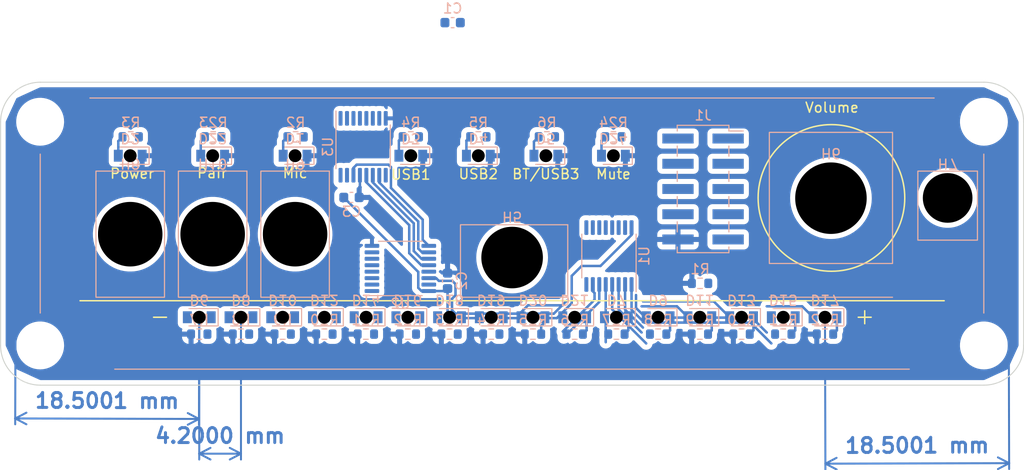
<source format=kicad_pcb>
(kicad_pcb (version 20201116) (generator pcbnew)

  (general
    (thickness 1.6)
  )

  (paper "A4")
  (layers
    (0 "F.Cu" signal)
    (31 "B.Cu" signal)
    (32 "B.Adhes" user "B.Adhesive")
    (33 "F.Adhes" user "F.Adhesive")
    (34 "B.Paste" user)
    (35 "F.Paste" user)
    (36 "B.SilkS" user "B.Silkscreen")
    (37 "F.SilkS" user "F.Silkscreen")
    (38 "B.Mask" user)
    (39 "F.Mask" user)
    (40 "Dwgs.User" user "User.Drawings")
    (41 "Cmts.User" user "User.Comments")
    (42 "Eco1.User" user "User.Eco1")
    (43 "Eco2.User" user "User.Eco2")
    (44 "Edge.Cuts" user)
    (45 "Margin" user)
    (46 "B.CrtYd" user "B.Courtyard")
    (47 "F.CrtYd" user "F.Courtyard")
    (48 "B.Fab" user)
    (49 "F.Fab" user)
    (50 "User.1" user)
    (51 "User.2" user)
    (52 "User.3" user)
    (53 "User.4" user)
    (54 "User.5" user)
    (55 "User.6" user)
    (56 "User.7" user)
    (57 "User.8" user)
    (58 "User.9" user)
  )

  (setup
    (pcbplotparams
      (layerselection 0x00010fc_ffffffff)
      (disableapertmacros false)
      (usegerberextensions false)
      (usegerberattributes true)
      (usegerberadvancedattributes true)
      (creategerberjobfile true)
      (svguseinch false)
      (svgprecision 6)
      (excludeedgelayer true)
      (plotframeref false)
      (viasonmask false)
      (mode 1)
      (useauxorigin false)
      (hpglpennumber 1)
      (hpglpenspeed 20)
      (hpglpendiameter 15.000000)
      (psnegative false)
      (psa4output false)
      (plotreference true)
      (plotvalue true)
      (plotinvisibletext false)
      (sketchpadsonfab false)
      (subtractmaskfromsilk false)
      (outputformat 1)
      (mirror false)
      (drillshape 1)
      (scaleselection 1)
      (outputdirectory "")
    )
  )


  (net 0 "")
  (net 1 "GND")
  (net 2 "Net-(D1-Pad2)")
  (net 3 "/RCLK")
  (net 4 "/~RST")
  (net 5 "/SCLK")
  (net 6 "+3V3")
  (net 7 "/MOSI")
  (net 8 "+5V")
  (net 9 "Net-(J1-Pad9)")
  (net 10 "Net-(J1-Pad7)")
  (net 11 "Net-(D3-Pad2)")
  (net 12 "Net-(U1-Pad9)")
  (net 13 "Net-(D6-Pad1)")
  (net 14 "Net-(D6-Pad2)")
  (net 15 "Net-(D7-Pad1)")
  (net 16 "Net-(D7-Pad2)")
  (net 17 "Net-(D8-Pad1)")
  (net 18 "Net-(D8-Pad2)")
  (net 19 "Net-(D9-Pad1)")
  (net 20 "Net-(D9-Pad2)")
  (net 21 "Net-(D10-Pad1)")
  (net 22 "Net-(D10-Pad2)")
  (net 23 "Net-(D11-Pad1)")
  (net 24 "Net-(D11-Pad2)")
  (net 25 "Net-(D12-Pad1)")
  (net 26 "Net-(D12-Pad2)")
  (net 27 "Net-(D13-Pad1)")
  (net 28 "Net-(U3-Pad15)")
  (net 29 "Net-(D13-Pad2)")
  (net 30 "Net-(U3-Pad9)")
  (net 31 "Net-(U3-Pad7)")
  (net 32 "Net-(U3-Pad6)")
  (net 33 "Net-(U3-Pad5)")
  (net 34 "Net-(U3-Pad4)")
  (net 35 "Net-(U3-Pad3)")
  (net 36 "Net-(U3-Pad2)")
  (net 37 "Net-(U3-Pad1)")
  (net 38 "Net-(D2-Pad2)")
  (net 39 "Net-(D14-Pad1)")
  (net 40 "Net-(J1-Pad8)")
  (net 41 "Net-(U2-Pad9)")
  (net 42 "Net-(D14-Pad2)")
  (net 43 "Net-(D15-Pad1)")
  (net 44 "Net-(D4-Pad2)")
  (net 45 "Net-(D15-Pad2)")
  (net 46 "Net-(D5-Pad2)")
  (net 47 "Net-(D16-Pad2)")
  (net 48 "Net-(D17-Pad1)")
  (net 49 "Net-(D17-Pad2)")
  (net 50 "Net-(D18-Pad2)")
  (net 51 "Net-(D19-Pad1)")
  (net 52 "Net-(D19-Pad2)")
  (net 53 "Net-(D20-Pad1)")
  (net 54 "Net-(D16-Pad1)")
  (net 55 "Net-(D18-Pad1)")
  (net 56 "Net-(D22-Pad2)")
  (net 57 "Net-(D20-Pad2)")
  (net 58 "Net-(D24-Pad2)")
  (net 59 "Net-(D21-Pad1)")
  (net 60 "Net-(D21-Pad2)")

  (footprint "Resistor_SMD:R_0603_1608Metric" (layer "B.Cu") (at 79.7 61.5 180))

  (footprint "FrontPanel-Footprints:LED_0805_2012Metric_ReverseMount" (layer "B.Cu") (at 70 79.6625 180))

  (footprint "FrontPanel-Footprints:PanelCutout_Vishay_Mold" (layer "B.Cu") (at 145.35 67.65 180))

  (footprint "FrontPanel-Footprints:LED_0805_2012Metric_ReverseMount" (layer "B.Cu") (at 116.2 79.6625 180))

  (footprint "FrontPanel-Footprints:LED_0805_2012Metric_ReverseMount" (layer "B.Cu") (at 79.65 63.4 180))

  (footprint "Resistor_SMD:R_0603_1608Metric" (layer "B.Cu") (at 111.7 61.5 180))

  (footprint "Resistor_SMD:R_0603_1608Metric" (layer "B.Cu") (at 70 81.3625 180))

  (footprint "Resistor_SMD:R_0603_1608Metric" (layer "B.Cu") (at 71.4 61.5 180))

  (footprint "Resistor_SMD:R_0603_1608Metric" (layer "B.Cu") (at 86.775 81.3625 180))

  (footprint "FrontPanel-Footprints:LED_0805_2012Metric_ReverseMount" (layer "B.Cu") (at 95.2 79.6625 180))

  (footprint "Resistor_SMD:R_0603_1608Metric" (layer "B.Cu") (at 63.1 61.5 180))

  (footprint "Resistor_SMD:R_0603_1608Metric" (layer "B.Cu") (at 112 81.3625 180))

  (footprint "FrontPanel-Footprints:LED_0805_2012Metric_ReverseMount" (layer "B.Cu") (at 103.599999 79.6625 180))

  (footprint "FrontPanel-Footprints:LED_0805_2012Metric_ReverseMount" (layer "B.Cu") (at 98.1 63.4 180))

  (footprint "Resistor_SMD:R_0603_1608Metric" (layer "B.Cu") (at 116.2 81.3625 180))

  (footprint "Resistor_SMD:R_0603_1608Metric" (layer "B.Cu") (at 107.8 81.3625 180))

  (footprint "Resistor_SMD:R_0603_1608Metric" (layer "B.Cu") (at 103.6 81.3625 180))

  (footprint "Resistor_SMD:R_0603_1608Metric" (layer "B.Cu") (at 78.4 81.3625 180))

  (footprint "FrontPanel-Footprints:LED_0805_2012Metric_ReverseMount" (layer "B.Cu") (at 71.35 63.4 180))

  (footprint "FrontPanel-Footprints:LED_0805_2012Metric_ReverseMount" (layer "B.Cu") (at 63.05 63.4 180))

  (footprint "FrontPanel-Footprints:LED_0805_2012Metric_ReverseMount" (layer "B.Cu") (at 86.8 79.6625 180))

  (footprint "FrontPanel-Footprints:LED_0805_2012Metric_ReverseMount" (layer "B.Cu") (at 112 79.6625 180))

  (footprint "Resistor_SMD:R_0603_1608Metric" (layer "B.Cu") (at 124.6 81.3625 180))

  (footprint "FrontPanel-Footprints:LED_0805_2012Metric_ReverseMount" (layer "B.Cu") (at 74.2 79.6625 180))

  (footprint "FrontPanel-Footprints:PanelCutout_Jack_3.5mm_CUI_SJ-435107" (layer "B.Cu") (at 101.5 73.65 180))

  (footprint "FrontPanel-Footprints:LED_0805_2012Metric_ReverseMount" (layer "B.Cu") (at 78.4 79.6625 180))

  (footprint "Resistor_SMD:R_0603_1608Metric" (layer "B.Cu") (at 82.6 81.3625 180))

  (footprint "FrontPanel-Footprints:PanelCutout_RotaryEncoder_TT_EN12-V_Knob16mm" (layer "B.Cu") (at 133.6 67.65 180))

  (footprint "Resistor_SMD:R_0603_1608Metric" (layer "B.Cu") (at 91.3 61.5 180))

  (footprint "FrontPanel-Footprints:PanelCutout_SW_E-Switch_100SP-M7" (layer "B.Cu") (at 71.35 71.3 180))

  (footprint "FrontPanel-Footprints:LED_0805_2012Metric_ReverseMount" (layer "B.Cu") (at 120.4 79.6625 180))

  (footprint "Capacitor_SMD:C_0603_1608Metric" (layer "B.Cu") (at 95.51 50 180))

  (footprint "FrontPanel-Footprints:LED_0805_2012Metric_ReverseMount" (layer "B.Cu") (at 107.8 79.6625 180))

  (footprint "Resistor_SMD:R_0603_1608Metric" (layer "B.Cu") (at 74.2 81.3625 180))

  (footprint "FrontPanel-Footprints:LED_0805_2012Metric_ReverseMount" (layer "B.Cu") (at 111.7 63.4 180))

  (footprint "FrontPanel-Footprints:EnclosureEndPlate_1455L1601" (layer "B.Cu") (at 101.49 71.24 180))

  (footprint "FrontPanel-Footprints:LED_0805_2012Metric_ReverseMount" (layer "B.Cu") (at 82.6 79.6625 180))

  (footprint "FrontPanel-Footprints:LED_0805_2012Metric_ReverseMount" (layer "B.Cu") (at 91.3 63.4 180))

  (footprint "FrontPanel-Footprints:LED_0805_2012Metric_ReverseMount" (layer "B.Cu") (at 128.8 79.6625 180))

  (footprint "Package_SO:TSSOP-16_4.4x5mm_P0.65mm" (layer "B.Cu") (at 86.5 62.5 -90))

  (footprint "Resistor_SMD:R_0603_1608Metric" (layer "B.Cu") (at 99.4 81.3625 180))

  (footprint "Package_SO:TSSOP-16_4.4x5mm_P0.65mm" (layer "B.Cu") (at 90.25 74.75))

  (footprint "FrontPanel-Footprints:LED_0805_2012Metric_ReverseMount" (layer "B.Cu") (at 133 79.6625 180))

  (footprint "Package_SO:TSSOP-16_4.4x5mm_P0.65mm" (layer "B.Cu") (at 111.25 73.5 90))

  (footprint "Capacitor_SMD:C_0603_1608Metric" (layer "B.Cu") (at 85.325 67.6))

  (footprint "Resistor_SMD:R_0603_1608Metric" (layer "B.Cu") (at 98.1 61.5 180))

  (footprint "FrontPanel-Footprints:LED_0805_2012Metric_ReverseMount" (layer "B.Cu") (at 91 79.6625 180))

  (footprint "FrontPanel-Footprints:LED_0805_2012Metric_ReverseMount" (layer "B.Cu") (at 104.9 63.4 180))

  (footprint "Resistor_SMD:R_0603_1608Metric" (layer "B.Cu") (at 91 81.3625 180))

  (footprint "Resistor_SMD:R_0603_1608Metric" (layer "B.Cu") (at 133 81.3625 180))

  (footprint "FrontPanel-Footprints:PanelCutout_SW_E-Switch_100SP-M7" (layer "B.Cu") (at 63.05 71.3 180))

  (footprint "Resistor_SMD:R_0603_1608Metric" (layer "B.Cu") (at 120.4 81.3625 180))

  (footprint "Resistor_SMD:R_0603_1608Metric" (layer "B.Cu") (at 128.8 81.3625 180))

  (footprint "Connector_PinHeader_2.54mm:PinHeader_2x05_P2.54mm_Vertical_SMD" (layer "B.Cu") (at 120.725 66.75 180))

  (footprint "Resistor_SMD:R_0603_1608Metric" (layer "B.Cu") (at 120.425 76.25 180))

  (footprint "Capacitor_SMD:C_0603_1608Metric" (layer "B.Cu") (at 95 76 90))

  (footprint "FrontPanel-Footprints:LED_0805_2012Metric_ReverseMount" (layer "B.Cu") (at 124.6 79.6625 180))

  (footprint "Resistor_SMD:R_0603_1608Metric" (layer "B.Cu") (at 105 61.5 180))

  (footprint "FrontPanel-Footprints:LED_0805_2012Metric_ReverseMount" (layer "B.Cu") (at 99.4 79.6625 180))

  (footprint "FrontPanel-Footprints:PanelCutout_SW_E-Switch_100SP-M7" (layer "B.Cu") (at 79.65 71.3 180))

  (footprint "Resistor_SMD:R_0603_1608Metric" (layer "B.Cu") (at 95.2 81.3625 180))

  (gr_line (start 137 79.0125) (end 137 80.3125) (layer "F.SilkS") (width 0.15) (tstamp 142e30e6-20ba-4dc5-9856-2d93af754b3b))
  (gr_line (start 65.4 79.6625) (end 66.7 79.6625) (layer "F.SilkS") (width 0.15) (tstamp 84bc94d9-38a4-44b2-a148-7baa93473f92))
  (gr_line (start 136.35 79.6625) (end 137.65 79.6625) (layer "F.SilkS") (width 0.15) (tstamp b9218e0c-6a04-4e94-9daa-235c314dfa3f))
  (gr_circle (center 133.65 67.65) (end 137.15 74.15) (layer "F.SilkS") (width 0.15) (fill none) (tstamp debfba34-a5d8-428f-9c13-a2ed1e64c6e8))
  (gr_line (start 58 78) (end 145 78) (layer "F.SilkS") (width 0.15) (tstamp fa62345e-5cd2-4c3b-ac45-96ba68d26055))
  (gr_line (start 149 86.5) (end 54 86.5) (layer "Edge.Cuts") (width 0.1) (tstamp 0be607ba-b4c9-4308-b088-f0abd6ba12e9))
  (gr_line (start 153 60) (end 153 82.5) (layer "Edge.Cuts") (width 0.1) (tstamp 1e7cdcd4-a515-4944-acc4-7d8af53943b0))
  (gr_arc (start 54 82.5) (end 50 82.5) (angle -90) (layer "Edge.Cuts") (width 0.1) (tstamp 5ea1ef0d-e39a-43ac-b024-34d843df6d8d))
  (gr_line (start 54 56) (end 149 56) (layer "Edge.Cuts") (width 0.1) (tstamp d52adef0-12e8-4d9d-8b9c-9fd6881e8b1a))
  (gr_arc (start 54 60) (end 54 56) (angle -90) (layer "Edge.Cuts") (width 0.1) (tstamp dd9bb5b3-048c-4d57-9f7b-8fe6f17433d3))
  (gr_line (start 50 82.5) (end 50 60) (layer "Edge.Cuts") (width 0.1) (tstamp deb7c161-c22c-42d2-81e6-e29d9117dae1))
  (gr_arc (start 149 82.5) (end 149 86.5) (angle -90) (layer "Edge.Cuts") (width 0.1) (tstamp e4498136-8694-410e-91de-ae124c897cd0))
  (gr_arc (start 149 60) (end 153 60) (angle -90) (layer "Edge.Cuts") (width 0.1) (tstamp f929e16e-971e-4547-a031-2173209074d2))
  (gr_rect (start 123.75 58) (end 117.75 75.5) (layer "B.Fab") (width 0.1) (fill none) (tstamp 600d65cf-9eca-4da9-aa78-34edba59b33a))
  (gr_line (start 51.5 77.65) (end 51.5 79.25) (layer "F.Fab") (width 0.1) (tstamp 4606a6cf-7033-439b-8d43-9590d3ffcbb2))
  (gr_line (start 151.5 77.65) (end 151.5 79.25) (layer "F.Fab") (width 0.1) (tstamp 82337f0e-024a-4c7f-bf1b-419dde08c245))
  (gr_line (start 101.5 71.75)
... [289648 chars truncated]
</source>
